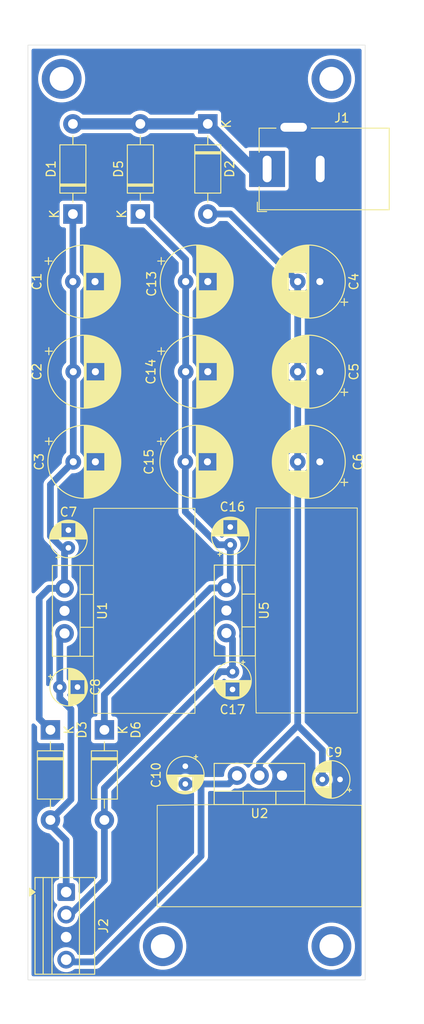
<source format=kicad_pcb>
(kicad_pcb (version 20241229) (generator "pcbnew") (generator_version "9.0")
  (layers (0 "F.Cu" signal) (2 "B.Cu" signal) (13 "F.Paste" user) (15 "B.Paste" user) (5 "F.SilkS" user "F.Silkscreen") (7 "B.SilkS" user "B.Silkscreen") (1 "F.Mask" user) (3 "B.Mask" user) (25 "Edge.Cuts" user))
  (net 0 "")
  (net 1 "GND")
  (net 2 "Net-(D1-K)")
  (net 3 "Net-(D2-A)")
  (net 4 "+12V")
  (net 5 "-12V")
  (net 6 "Net-(D5-K)")
  (net 7 "+5V")
  (net 8 "Net-(D1-A)")
  (footprint "Diode_THT:D_DO-41_SOD81_P10.16mm_Horizontal" (layer "F.Cu") (at 45.72 29.21 -90)
    (property "Reference" "D2" (at 5.08 -2.47 90) (layer "F.SilkS"))
    (property "Value" "1N4001")
    (fp_text user "K" (at 0 -2.1 90) (layer "F.SilkS"))
    (pad "1" thru_hole rect (at 0 0 270) (size 2.2 2.2) (drill 1.1) (layers "*.Cu" "*.Mask") (net 8 "Net-(D1-A)"))
    (pad "2" thru_hole oval (at 10.16 0 270) (size 2.2 2.2) (drill 1.1) (layers "*.Cu" "*.Mask") (net 3 "Net-(D2-A)"))
  )
  (footprint "Capacitor_THT:CP_Radial_D4.0mm_P2.00mm" (layer "F.Cu") (at 29.972 77.01 90)
    (property "Reference" "C7" (at 4.032 0 0) (layer "F.SilkS"))
    (property "Value" "1uF")
    (pad "1" thru_hole circle (at 0 0 90) (size 1.524 1.524) (drill 0.635) (layers "*.Cu" "*.Mask") (net 2 "Net-(D1-K)"))
    (pad "2" thru_hole circle (at 2 0 90) (size 1.524 1.524) (drill 0.635) (layers "*.Cu" "*.Mask") (net 1 "GND"))
  )
  (footprint "Capacitor_THT:CP_Radial_D8.0mm_P2.50mm" (layer "F.Cu") (at 58.38 67.31 180)
    (property "Reference" "C6" (at -4.318 0 90) (layer "F.SilkS"))
    (property "Value" "4700uF")
    (pad "1" thru_hole circle (at 0 0 180) (size 1.778 1.778) (drill 0.8) (layers "*.Cu" "*.Mask") (net 1 "GND"))
    (pad "2" thru_hole circle (at 2.5 0 180) (size 1.778 1.778) (drill 0.8) (layers "*.Cu" "*.Mask") (net 3 "Net-(D2-A)"))
  )
  (footprint "Capacitor_THT:CP_Radial_D4.0mm_P2.00mm" (layer "F.Cu") (at 48.514 90.9754 -90)
    (property "Reference" "C17" (at 4.2746 0 180) (layer "F.SilkS"))
    (property "Value" "1uF")
    (pad "1" thru_hole circle (at 0 0 270) (size 1.524 1.524) (drill 0.635) (layers "*.Cu" "*.Mask") (net 7 "+5V"))
    (pad "2" thru_hole circle (at 2 0 270) (size 1.524 1.524) (drill 0.635) (layers "*.Cu" "*.Mask") (net 1 "GND"))
  )
  (footprint "Capacitor_THT:CP_Radial_D4.0mm_P2.00mm" (layer "F.Cu") (at 28.999401 92.71)
    (property "Reference" "C8" (at 4.0206 0 90) (layer "F.SilkS"))
    (property "Value" "1uF")
    (pad "1" thru_hole circle (at 0 0) (size 1.524 1.524) (drill 0.635) (layers "*.Cu" "*.Mask") (net 4 "+12V"))
    (pad "2" thru_hole circle (at 2 0) (size 1.524 1.524) (drill 0.635) (layers "*.Cu" "*.Mask") (net 1 "GND"))
  )
  (footprint "MountingHole:MountingHole_2.7mm_M2.5_ISO7380_Pad_TopBottom" (layer "F.Cu") (at 29.21 24.13)
    (property "Reference" "REF**" (hide yes))
    (property "Value" "MountingHole_2.7mm_M2.5_ISO7380_Pad_TopBottom" (hide yes))
    (pad "1" thru_hole circle (at 0 0) (size 3.1 3.1) (drill 2.7) (layers "*.Cu" "*.Mask"))
    (pad "1" connect circle (at 0 0) (size 4.5 4.5) (layers "F.Cu" "F.Mask"))
    (pad "1" connect circle (at 0 0) (size 4.5 4.5) (layers "B.Cu" "B.Mask"))
  )
  (footprint "Capacitor_THT:CP_Radial_D4.0mm_P2.00mm" (layer "F.Cu") (at 60.6626 103.124 180)
    (property "Reference" "C9" (at 0.7186 3.048 0) (layer "F.SilkS"))
    (property "Value" "1uF")
    (pad "1" thru_hole circle (at 0 0 180) (size 1.524 1.524) (drill 0.635) (layers "*.Cu" "*.Mask") (net 1 "GND"))
    (pad "2" thru_hole circle (at 2 0 180) (size 1.524 1.524) (drill 0.635) (layers "*.Cu" "*.Mask") (net 3 "Net-(D2-A)"))
  )
  (footprint "Capacitor_THT:CP_Radial_D8.0mm_P2.50mm" (layer "F.Cu") (at 43.22 46.99)
    (property "Reference" "C13" (at -3.85 0.254 90) (layer "F.SilkS"))
    (property "Value" "4700uF")
    (pad "1" thru_hole circle (at 0 0) (size 1.778 1.778) (drill 0.8) (layers "*.Cu" "*.Mask") (net 6 "Net-(D5-K)"))
    (pad "2" thru_hole circle (at 2.5 0) (size 1.778 1.778) (drill 0.8) (layers "*.Cu" "*.Mask") (net 1 "GND"))
  )
  (footprint "Diode_THT:D_DO-41_SOD81_P10.16mm_Horizontal" (layer "F.Cu") (at 30.48 39.37 90)
    (property "Reference" "D1" (at 5.08 -2.47 90) (layer "F.SilkS"))
    (property "Value" "1N4001")
    (fp_text user "K" (at 0 -2.1 90) (layer "F.SilkS"))
    (pad "1" thru_hole rect (at 0 0 90) (size 2.2 2.2) (drill 1.1) (layers "*.Cu" "*.Mask") (net 2 "Net-(D1-K)"))
    (pad "2" thru_hole oval (at 10.16 0 90) (size 2.2 2.2) (drill 1.1) (layers "*.Cu" "*.Mask") (net 8 "Net-(D1-A)"))
  )
  (footprint "Capacitor_THT:CP_Radial_D8.0mm_P2.50mm" (layer "F.Cu") (at 58.38 46.99 180)
    (property "Reference" "C4" (at -3.85 0 90) (layer "F.SilkS"))
    (property "Value" "4700uF")
    (pad "1" thru_hole circle (at 0 0 180) (size 1.778 1.778) (drill 0.8) (layers "*.Cu" "*.Mask") (net 1 "GND"))
    (pad "2" thru_hole circle (at 2.5 0 180) (size 1.778 1.778) (drill 0.8) (layers "*.Cu" "*.Mask") (net 3 "Net-(D2-A)"))
  )
  (footprint "" (layer "F.Cu") (at 40.64 121.92)
    (property "Reference" "" (at 0 0 0) (layer "F.SilkS") (effects (font (size 1.27 1.27))))
    (property "Value" "")
    (pad "1" thru_hole circle (at 0 0) (size 3.1 3.1) (drill 2.7) (layers "*.Cu" "*.Mask"))
  )
  (footprint "Package_TO_SOT_THT:TO-220-3_Vertical" (layer "F.Cu") (at 54.102 102.687 180)
    (property "Reference" "U2" (at 2.54 -4.27 0) (layer "F.SilkS"))
    (property "Value" "LM7912_TO220")
    (pad "1" thru_hole circle (at 0 0 180) (size 2.1082 2.1082) (drill 1.143) (layers "*.Cu" "*.Mask") (net 1 "GND"))
    (pad "2" thru_hole circle (at 2.54 0 180) (size 2.1082 2.1082) (drill 1.143) (layers "*.Cu" "*.Mask") (net 3 "Net-(D2-A)"))
    (pad "3" thru_hole circle (at 5.08 0 180) (size 2.1082 2.1082) (drill 1.143) (layers "*.Cu" "*.Mask") (net 5 "-12V"))
  )
  (footprint "Capacitor_THT:CP_Radial_D4.0mm_P2.00mm" (layer "F.Cu") (at 48.26 76.664599 90)
    (property "Reference" "C16" (at 4.274599 0.254 180) (layer "F.SilkS"))
    (property "Value" "1uF")
    (pad "1" thru_hole circle (at 0 0 90) (size 1.524 1.524) (drill 0.635) (layers "*.Cu" "*.Mask") (net 6 "Net-(D5-K)"))
    (pad "2" thru_hole circle (at 2 0 90) (size 1.524 1.524) (drill 0.635) (layers "*.Cu" "*.Mask") (net 1 "GND"))
  )
  (footprint "Capacitor_THT:CP_Radial_D8.0mm_P2.50mm" (layer "F.Cu") (at 30.52 57.15)
    (property "Reference" "C2" (at -4.104 0 90) (layer "F.SilkS"))
    (property "Value" "4700uF")
    (pad "1" thru_hole circle (at 0 0) (size 1.778 1.778) (drill 0.8) (layers "*.Cu" "*.Mask") (net 2 "Net-(D1-K)"))
    (pad "2" thru_hole circle (at 2.5 0) (size 1.778 1.778) (drill 0.8) (layers "*.Cu" "*.Mask") (net 1 "GND"))
  )
  (footprint "MountingHole:MountingHole_2.7mm_M2.5_ISO7380_Pad_TopBottom" (layer "F.Cu") (at 59.69 24.13)
    (property "Reference" "REF**" (hide yes))
    (property "Value" "MountingHole_2.7mm_M2.5_ISO7380_Pad_TopBottom" (hide yes))
    (pad "1" thru_hole circle (at 0 0) (size 3.1 3.1) (drill 2.7) (layers "*.Cu" "*.Mask"))
    (pad "1" connect circle (at 0 0) (size 4.5 4.5) (layers "F.Cu" "F.Mask"))
    (pad "1" connect circle (at 0 0) (size 4.5 4.5) (layers "B.Cu" "B.Mask"))
  )
  (footprint "Capacitor_THT:CP_Radial_D8.0mm_P2.50mm" (layer "F.Cu") (at 43.22 57.15)
    (property "Reference" "C14" (at -3.927349 0 90) (layer "F.SilkS"))
    (property "Value" "4700uF")
    (pad "1" thru_hole circle (at 0 0) (size 1.778 1.778) (drill 0.8) (layers "*.Cu" "*.Mask") (net 6 "Net-(D5-K)"))
    (pad "2" thru_hole circle (at 2.5 0) (size 1.778 1.778) (drill 0.8) (layers "*.Cu" "*.Mask") (net 1 "GND"))
  )
  (footprint "" (layer "F.Cu") (at 59.69 24.13)
    (property "Reference" "" (at 0 0 0) (layer "F.SilkS") (effects (font (size 1.27 1.27))))
    (property "Value" "")
    (pad "1" thru_hole circle (at 0 0) (size 3.1 3.1) (drill 2.7) (layers "*.Cu" "*.Mask"))
  )
  (footprint "Capacitor_THT:CP_Radial_D8.0mm_P2.50mm" (layer "F.Cu") (at 58.38 57.15 180)
    (property "Reference" "C5" (at -3.85 0 90) (layer "F.SilkS"))
    (property "Value" "4700uF")
    (pad "1" thru_hole circle (at 0 0 180) (size 1.778 1.778) (drill 0.8) (layers "*.Cu" "*.Mask") (net 1 "GND"))
    (pad "2" thru_hole circle (at 2.5 0 180) (size 1.778 1.778) (drill 0.8) (layers "*.Cu" "*.Mask") (net 3 "Net-(D2-A)"))
  )
  (footprint "Capacitor_THT:CP_Radial_D8.0mm_P2.50mm" (layer "F.Cu") (at 43.18 67.31)
    (property "Reference" "C15" (at -4.104 0 90) (layer "F.SilkS"))
    (property "Value" "4700uF")
    (pad "1" thru_hole circle (at 0 0) (size 1.778 1.778) (drill 0.8) (layers "*.Cu" "*.Mask") (net 6 "Net-(D5-K)"))
    (pad "2" thru_hole circle (at 2.5 0) (size 1.778 1.778) (drill 0.8) (layers "*.Cu" "*.Mask") (net 1 "GND"))
  )
  (footprint "Diode_THT:D_DO-41_SOD81_P10.16mm_Horizontal" (layer "F.Cu") (at 38.1 39.37 90)
    (property "Reference" "D5" (at 5.08 -2.47 90) (layer "F.SilkS"))
    (property "Value" "1N4001")
    (fp_text user "K" (at 0 -2.1 90) (layer "F.SilkS"))
    (pad "1" thru_hole rect (at 0 0 90) (size 2.2 2.2) (drill 1.1) (layers "*.Cu" "*.Mask") (net 6 "Net-(D5-K)"))
    (pad "2" thru_hole oval (at 10.16 0 90) (size 2.2 2.2) (drill 1.1) (layers "*.Cu" "*.Mask") (net 8 "Net-(D1-A)"))
  )
  (footprint "Package_TO_SOT_THT:TO-220-3_Vertical" (layer "F.Cu") (at 47.823 81.534 -90)
    (property "Reference" "U5" (at 2.54 -4.27 90) (layer "F.SilkS"))
    (property "Value" "LM7805_TO220")
    (pad "1" thru_hole circle (at 0 0 270) (size 2.1082 2.1082) (drill 1.143) (layers "*.Cu" "*.Mask") (net 6 "Net-(D5-K)"))
    (pad "2" thru_hole circle (at 2.54 0 270) (size 2.1082 2.1082) (drill 1.143) (layers "*.Cu" "*.Mask") (net 1 "GND"))
    (pad "3" thru_hole circle (at 5.08 0 270) (size 2.1082 2.1082) (drill 1.143) (layers "*.Cu" "*.Mask") (net 7 "+5V"))
  )
  (footprint "Connector_BarrelJack:BarrelJack_Horizontal" (layer "F.Cu") (at 52.42 34.29 180)
    (property "Reference" "J1" (at -8.45 5.75 0) (layer "F.SilkS"))
    (property "Value" "Barrel_Jack_Switch")
    (pad "1" thru_hole rect (at 0 0 180) (size 4.064 4.064) (drill oval 1 3) (layers "*.Cu" "*.Mask") (net 8 "Net-(D1-A)"))
    (pad "2" thru_hole roundrect (at -6 0 180) (size 4.064 4.064) (drill oval 1 3) (layers "*.Cu" "*.Mask") (net 1 "GND"))
    (pad "3" thru_hole roundrect (at -3 4.7 180) (size 4.064 4.064) (drill oval 3 1) (layers "*.Cu" "*.Mask") (net 1 "GND"))
  )
  (footprint "TerminalBlock:TerminalBlock_Xinya_XY308-2.54-4P_1x04_P2.54mm_Horizontal" (layer "F.Cu") (at 29.718 115.824 -90)
    (property "Reference" "J2" (at 3.81 -4.22 90) (layer "F.SilkS"))
    (property "Value" "Screw_Terminal_01x04")
    (pad "1" thru_hole roundrect (at 0 0 270) (size 2 2) (drill 1.2) (layers "*.Cu" "*.Mask") (roundrect_rratio 0.125) (net 4 "+12V"))
    (pad "2" thru_hole circle (at 2.54 0 270) (size 2 2) (drill 1.2) (layers "*.Cu" "*.Mask") (net 7 "+5V"))
    (pad "3" thru_hole circle (at 5.08 0 270) (size 2 2) (drill 1.2) (layers "*.Cu" "*.Mask") (net 1 "GND"))
    (pad "4" thru_hole circle (at 7.62 0 270) (size 2 2) (drill 1.2) (layers "*.Cu" "*.Mask") (net 5 "-12V"))
  )
  (footprint "" (layer "F.Cu") (at 29.21 24.13)
    (property "Reference" "" (at 0 0 0) (layer "F.SilkS") (effects (font (size 1.27 1.27))))
    (property "Value" "")
    (pad "1" thru_hole circle (at 0 0) (size 3.1 3.1) (drill 2.7) (layers "*.Cu" "*.Mask"))
  )
  (footprint "Diode_THT:D_DO-41_SOD81_P10.16mm_Horizontal" (layer "F.Cu") (at 34.036 97.536 -90)
    (property "Reference" "D6" (at 0 -3.556 90) (layer "F.SilkS"))
    (property "Value" "1N4001")
    (fp_text user "K" (at 0 -2.1 90) (layer "F.SilkS"))
    (pad "1" thru_hole rect (at 0 0 270) (size 2.2 2.2) (drill 1.1) (layers "*.Cu" "*.Mask") (net 6 "Net-(D5-K)"))
    (pad "2" thru_hole oval (at 10.16 0 270) (size 2.2 2.2) (drill 1.1) (layers "*.Cu" "*.Mask") (net 7 "+5V"))
  )
  (footprint "Diode_THT:D_DO-41_SOD81_P10.16mm_Horizontal" (layer "F.Cu") (at 27.94 97.536 -90)
    (property "Reference" "D3" (at 0 -3.556 90) (layer "F.SilkS"))
    (property "Value" "1N4001")
    (fp_text user "K" (at 0 -2.1 90) (layer "F.SilkS"))
    (pad "1" thru_hole rect (at 0 0 270) (size 2.2 2.2) (drill 1.1) (layers "*.Cu" "*.Mask") (net 2 "Net-(D1-K)"))
    (pad "2" thru_hole oval (at 10.16 0 270) (size 2.2 2.2) (drill 1.1) (layers "*.Cu" "*.Mask") (net 4 "+12V"))
  )
  (footprint "Capacitor_THT:CP_Radial_D4.0mm_P2.00mm" (layer "F.Cu") (at 43.18 101.632 -90)
    (property "Reference" "C10" (at 1 3.302 90) (layer "F.SilkS"))
    (property "Value" "1uF")
    (pad "1" thru_hole circle (at 0 0 270) (size 1.524 1.524) (drill 0.635) (layers "*.Cu" "*.Mask") (net 1 "GND"))
    (pad "2" thru_hole circle (at 2 0 270) (size 1.524 1.524) (drill 0.635) (layers "*.Cu" "*.Mask") (net 5 "-12V"))
  )
  (footprint "Capacitor_THT:CP_Radial_D8.0mm_P2.50mm" (layer "F.Cu") (at 30.52 67.31)
    (property "Reference" "C3" (at -3.85 0 90) (layer "F.SilkS"))
    (property "Value" "4700uF")
    (pad "1" thru_hole circle (at 0 0) (size 1.778 1.778) (drill 0.8) (layers "*.Cu" "*.Mask") (net 2 "Net-(D1-K)"))
    (pad "2" thru_hole circle (at 2.5 0) (size 1.778 1.778) (drill 0.8) (layers "*.Cu" "*.Mask") (net 1 "GND"))
  )
  (footprint "Capacitor_THT:CP_Radial_D8.0mm_P2.50mm" (layer "F.Cu") (at 30.48 46.99)
    (property "Reference" "C1" (at -4.064 0 90) (layer "F.SilkS"))
    (property "Value" "4700uF")
    (pad "1" thru_hole circle (at 0 0) (size 1.778 1.778) (drill 0.8) (layers "*.Cu" "*.Mask") (net 2 "Net-(D1-K)"))
    (pad "2" thru_hole circle (at 2.5 0) (size 1.778 1.778) (drill 0.8) (layers "*.Cu" "*.Mask") (net 1 "GND"))
  )
  (footprint "Package_TO_SOT_THT:TO-220-3_Vertical" (layer "F.Cu") (at 29.535 81.574 -90)
    (property "Reference" "U1" (at 2.54 -4.27 90) (layer "F.SilkS"))
    (property "Value" "LM7812_TO220")
    (pad "1" thru_hole circle (at 0 0 270) (size 2.1082 2.1082) (drill 1.143) (layers "*.Cu" "*.Mask") (net 2 "Net-(D1-K)"))
    (pad "2" thru_hole circle (at 2.54 0 270) (size 2.1082 2.1082) (drill 1.143) (layers "*.Cu" "*.Mask") (net 1 "GND"))
    (pad "3" thru_hole circle (at 5.08 0 270) (size 2.1082 2.1082) (drill 1.143) (layers "*.Cu" "*.Mask") (net 4 "+12V"))
  )
  (footprint "MountingHole:MountingHole_2.7mm_M2.5_ISO7380_Pad_TopBottom" (layer "F.Cu") (at 59.69 121.92)
    (property "Reference" "REF**" (hide yes))
    (property "Value" "MountingHole_2.7mm_M2.5_ISO7380_Pad_TopBottom" (hide yes))
    (pad "1" thru_hole circle (at 0 0) (size 3.1 3.1) (drill 2.7) (layers "*.Cu" "*.Mask"))
    (pad "1" connect circle (at 0 0) (size 4.5 4.5) (layers "F.Cu" "F.Mask"))
    (pad "1" connect circle (at 0 0) (size 4.5 4.5) (layers "B.Cu" "B.Mask"))
  )
  (footprint "MountingHole:MountingHole_2.7mm_M2.5_ISO7380_Pad_TopBottom" (layer "F.Cu") (at 40.64 121.92)
    (property "Reference" "REF**" (hide yes))
    (property "Value" "MountingHole_2.7mm_M2.5_ISO7380_Pad_TopBottom" (hide yes))
    (pad "1" thru_hole circle (at 0 0) (size 3.1 3.1) (drill 2.7) (layers "*.Cu" "*.Mask"))
    (pad "1" connect circle (at 0 0) (size 4.5 4.5) (layers "F.Cu" "F.Mask"))
    (pad "1" connect circle (at 0 0) (size 4.5 4.5) (layers "B.Cu" "B.Mask"))
  )
  (gr_line (start 44.267 95.671) (end 44.267 72.557) (stroke (width 0.1)) (layer "F.SilkS"))
  (gr_line (start 62.611 72.517) (end 62.611 95.631) (stroke (width 0.1)) (layer "F.SilkS"))
  (gr_line (start 32.805 78.994) (end 32.837 72.557) (stroke (width 0.1)) (layer "F.SilkS"))
  (gr_line (start 32.837 95.671) (end 44.267 95.671) (stroke (width 0.1)) (layer "F.SilkS"))
  (gr_line (start 32.805 89.234) (end 32.837 95.671) (stroke (width 0.1)) (layer "F.SilkS"))
  (gr_line (start 32.837 72.557) (end 44.267 72.557) (stroke (width 0.1)) (layer "F.SilkS"))
  (gr_line (start 40.005 117.475) (end 63.119 117.475) (stroke (width 0.1)) (layer "F.SilkS"))
  (gr_line (start 51.093 89.194) (end 51.181 95.631) (stroke (width 0.1)) (layer "F.SilkS"))
  (gr_line (start 63.119 106.045) (end 63.119 117.475) (stroke (width 0.1)) (layer "F.SilkS"))
  (gr_line (start 51.181 95.631) (end 62.611 95.631) (stroke (width 0.1)) (layer "F.SilkS"))
  (gr_line (start 40.005 106.045) (end 40.005 117.475) (stroke (width 0.1)) (layer "F.SilkS"))
  (gr_line (start 51.093 78.954) (end 51.181 72.517) (stroke (width 0.1)) (layer "F.SilkS"))
  (gr_line (start 46.442 105.957) (end 40.005 106.045) (stroke (width 0.1)) (layer "F.SilkS"))
  (gr_line (start 51.181 72.517) (end 62.611 72.517) (stroke (width 0.1)) (layer "F.SilkS"))
  (gr_line (start 56.682 105.957) (end 63.119 106.045) (stroke (width 0.1)) (layer "F.SilkS"))
  (gr_rect (start 25.4 20.32) (end 63.5 125.73) (stroke (width 0.05)) (fill no) (layer "Edge.Cuts"))
  (segment (start 30.52 57.15) (end 30.52 47.03) (width 0.762) (layer "B.Cu") (net 2))
  (segment (start 30.52 67.31) (end 30.52 57.15) (width 0.762) (layer "B.Cu") (net 2))
  (segment (start 29.258 77.01) (end 29.972 77.01) (width 0.762) (layer "B.Cu") (net 2))
  (segment (start 30.48 39.37) (end 30.48 46.99) (width 0.762) (layer "B.Cu") (net 2))
  (segment (start 30.52 67.31) (end 27.94 69.89) (width 0.762) (layer "B.Cu") (net 2))
  (segment (start 27.94 75.692) (end 29.258 77.01) (width 0.762) (layer "B.Cu") (net 2))
  (segment (start 26.67 96.266) (end 26.67 82.677) (width 0.762) (layer "B.Cu") (net 2))
  (segment (start 29.535 81.574) (end 29.535 77.447) (width 0.762) (layer "B.Cu") (net 2))
  (segment (start 27.773 81.574) (end 29.535 81.574) (width 0.762) (layer "B.Cu") (net 2))
  (segment (start 26.67 82.677) (end 27.773 81.574) (width 0.762) (layer "B.Cu") (net 2))
  (segment (start 30.52 47.03) (end 30.48 46.99) (width 0.762) (layer "B.Cu") (net 2))
  (segment (start 27.94 97.536) (end 26.67 96.266) (width 0.762) (layer "B.Cu") (net 2))
  (segment (start 29.535 77.447) (end 29.972 77.01) (width 0.762) (layer "B.Cu") (net 2))
  (segment (start 27.94 69.89) (end 27.94 75.692) (width 0.762) (layer "B.Cu") (net 2))
  (segment (start 51.562 102.687) (end 51.562 101.346) (width 0.762) (layer "B.Cu") (net 3))
  (segment (start 58.6626 99.8106) (end 55.88 97.028) (width 0.762) (layer "B.Cu") (net 3))
  (segment (start 55.88 67.31) (end 55.88 57.15) (width 0.762) (layer "B.Cu") (net 3))
  (segment (start 48.26 39.37) (end 55.88 46.99) (width 0.762) (layer "B.Cu") (net 3))
  (segment (start 45.72 39.37) (end 48.26 39.37) (width 0.762) (layer "B.Cu") (net 3))
  (segment (start 58.6626 103.124) (end 58.6626 99.8106) (width 0.762) (layer "B.Cu") (net 3))
  (segment (start 51.562 101.346) (end 55.88 97.028) (width 0.762) (layer "B.Cu") (net 3))
  (segment (start 55.88 46.99) (end 55.88 57.15) (width 0.762) (layer "B.Cu") (net 3))
  (segment (start 55.88 97.028) (end 55.88 67.31) (width 0.762) (layer "B.Cu") (net 3))
  (segment (start 28.999401 92.71) (end 28.999401 93.955001) (width 0.762) (layer "B.Cu") (net 4))
  (segment (start 29.972 87.091) (end 29.535 86.654) (width 0.762) (layer "B.Cu") (net 4))
  (segment (start 29.535 86.654) (end 28.999401 87.189599) (width 0.762) (layer "B.Cu") (net 4))
  (segment (start 30.2602 95.2158) (end 30.2602 105.3758) (width 0.762) (layer "B.Cu") (net 4))
  (segment (start 27.94 108.204) (end 29.718 109.982) (width 0.762) (layer "B.Cu") (net 4))
  (segment (start 30.2602 105.3758) (end 27.94 107.696) (width 0.762) (layer "B.Cu") (net 4))
  (segment (start 27.94 107.696) (end 27.94 108.204) (width 0.762) (layer "B.Cu") (net 4))
  (segment (start 28.999401 87.189599) (end 28.999401 92.71) (width 0.762) (layer "B.Cu") (net 4))
  (segment (start 29.718 109.982) (end 29.718 115.824) (width 0.762) (layer "B.Cu") (net 4))
  (segment (start 28.999401 93.955001) (end 30.2602 95.2158) (width 0.762) (layer "B.Cu") (net 4))
  (segment (start 29.718 123.444) (end 29.972 123.698) (width 0.762) (layer "B.Cu") (net 5))
  (segment (start 49.022 102.687) (end 48.077 103.632) (width 0.762) (layer "B.Cu") (net 5))
  (segment (start 44.958 111.76) (end 44.958 103.632) (width 0.762) (layer "B.Cu") (net 5))
  (segment (start 44.958 103.632) (end 43.18 103.632) (width 0.762) (layer "B.Cu") (net 5))
  (segment (start 29.972 123.698) (end 33.02 123.698) (width 0.762) (layer "B.Cu") (net 5))
  (segment (start 33.02 123.698) (end 44.958 111.76) (width 0.762) (layer "B.Cu") (net 5))
  (segment (start 48.077 103.632) (end 44.958 103.632) (width 0.762) (layer "B.Cu") (net 5))
  (segment (start 43.22 44.49) (end 43.22 46.99) (width 0.762) (layer "B.Cu") (net 6))
  (segment (start 43.18 72.946599) (end 43.18 67.31) (width 0.762) (layer "B.Cu") (net 6))
  (segment (start 43.22 57.15) (end 43.22 46.99) (width 0.762) (layer "B.Cu") (net 6))
  (segment (start 46.898 76.664599) (end 43.18 72.946599) (width 0.762) (layer "B.Cu") (net 6))
  (segment (start 46.061 81.534) (end 47.823 81.534) (width 0.762) (layer "B.Cu") (net 6))
  (segment (start 38.1 39.37) (end 43.22 44.49) (width 0.762) (layer "B.Cu") (net 6))
  (segment (start 48.26 81.097) (end 47.823 81.534) (width 0.762) (layer "B.Cu") (net 6))
  (segment (start 48.26 76.664599) (end 46.898 76.664599) (width 0.762) (layer "B.Cu") (net 6))
  (segment (start 43.18 67.31) (end 43.18 57.19) (width 0.762) (layer "B.Cu") (net 6))
  (segment (start 34.036 97.536) (end 34.036 93.559) (width 0.762) (layer "B.Cu") (net 6))
  (segment (start 48.26 76.664599) (end 48.26 81.097) (width 0.762) (layer "B.Cu") (net 6))
  (segment (start 43.18 57.19) (end 43.22 57.15) (width 0.762) (layer "B.Cu") (net 6))
  (segment (start 34.036 93.559) (end 46.061 81.534) (width 0.762) (layer "B.Cu") (net 6))
  (segment (start 34.036 104.0914) (end 47.152 90.9754) (width 0.762) (layer "B.Cu") (net 7))
  (segment (start 34.036 114.481446) (end 30.153446 118.364) (width 0.762) (layer "B.Cu") (net 7))
  (segment (start 30.153446 118.364) (end 29.718 118.364) (width 0.762) (layer "B.Cu") (net 7))
  (segment (start 34.036 107.696) (end 34.036 114.481446) (width 0.762) (layer "B.Cu") (net 7))
  (segment (start 48.514 87.305) (end 47.823 86.614) (width 0.762) (layer "B.Cu") (net 7))
  (segment (start 47.152 90.9754) (end 48.514 90.9754) (width 0.762) (layer "B.Cu") (net 7))
  (segment (start 34.036 107.696) (end 34.036 104.0914) (width 0.762) (layer "B.Cu") (net 7))
  (segment (start 48.514 90.9754) (end 48.514 87.305) (width 0.762) (layer "B.Cu") (net 7))
  (segment (start 52.42 34.29) (end 50.8 34.29) (width 0.762) (layer "B.Cu") (net 8))
  (segment (start 38.1 29.21) (end 30.48 29.21) (width 1.27) (layer "B.Cu") (net 8))
  (segment (start 50.8 34.29) (end 45.72 29.21) (width 1.27) (layer "B.Cu") (net 8))
  (segment (start 45.72 29.21) (end 38.1 29.21) (width 1.27) (layer "B.Cu") (net 8))
  (zone (net 1) (net_name "GND") (layer "B.Cu") (connect_pads yes (clearance 0.4064)) (min_thickness 0.4064) (fill yes (thermal_gap 0.762) (thermal_bridge_width 0.8382))
    (polygon (pts (xy 22.86 15.24) (xy 23.368 23.876) (xy 22.243343 129.031412) (xy 69.261581 129.285565) (xy 70.157695 16.076635)))
  )
)
</source>
